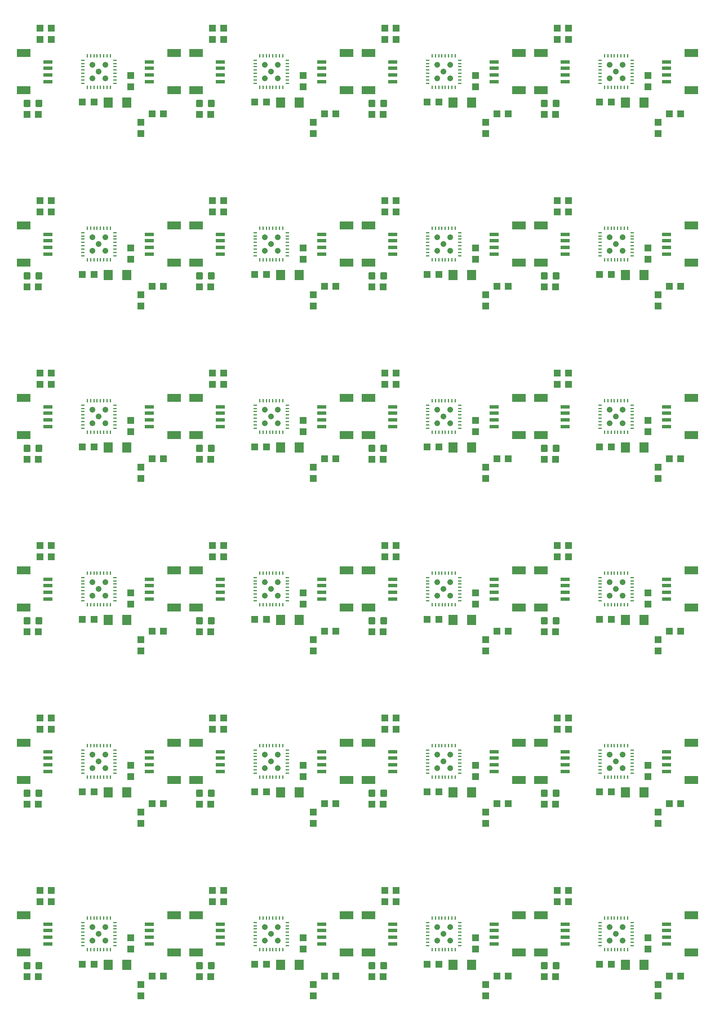
<source format=gtp>
G04 EAGLE Gerber RS-274X export*
G75*
%MOMM*%
%FSLAX34Y34*%
%LPD*%
%INSolderpaste Top*%
%IPPOS*%
%AMOC8*
5,1,8,0,0,1.08239X$1,22.5*%
G01*
%ADD10R,1.000000X1.100000*%
%ADD11R,2.000000X1.200000*%
%ADD12R,1.350000X0.600000*%
%ADD13R,1.100000X1.000000*%
%ADD14R,1.400000X1.600000*%
%ADD15R,0.215000X0.570000*%
%ADD16R,0.570000X0.215000*%
%ADD17C,0.900244*%
%ADD18C,0.300000*%


D10*
X38354Y175650D03*
X38354Y192650D03*
X55880Y175650D03*
X55880Y192650D03*
D11*
X14050Y155000D03*
X14050Y99000D03*
D12*
X50800Y142000D03*
X50800Y132000D03*
X50800Y122000D03*
X50800Y112000D03*
D13*
X119498Y81534D03*
X102498Y81534D03*
D11*
X239950Y99000D03*
X239950Y155000D03*
D12*
X203200Y112000D03*
X203200Y122000D03*
X203200Y132000D03*
X203200Y142000D03*
D13*
X224400Y63500D03*
X207400Y63500D03*
D14*
X168940Y81026D03*
X140940Y81026D03*
D15*
X144475Y150850D03*
X139475Y150850D03*
X134475Y150850D03*
X129475Y150850D03*
X124475Y150850D03*
X119475Y150850D03*
X114475Y150850D03*
X109475Y150850D03*
X144545Y103150D03*
X139545Y103150D03*
X134545Y103150D03*
X129545Y103150D03*
X124545Y103150D03*
X119545Y103150D03*
X114545Y103150D03*
X109545Y103150D03*
D16*
X150860Y144495D03*
X150860Y139495D03*
X150860Y134495D03*
X150860Y129495D03*
X150860Y124495D03*
X150860Y119495D03*
X150860Y114495D03*
X150860Y109495D03*
X103150Y144505D03*
X103150Y139505D03*
X103150Y134505D03*
X103150Y129505D03*
X103150Y124505D03*
X103150Y119505D03*
X103150Y114505D03*
X103150Y109505D03*
D17*
X117000Y117000D03*
X117000Y137000D03*
X137000Y137000D03*
X137000Y117000D03*
X127000Y127000D03*
D18*
X33210Y83002D02*
X33210Y76002D01*
X33210Y83002D02*
X40210Y83002D01*
X40210Y76002D01*
X33210Y76002D01*
X33210Y78852D02*
X40210Y78852D01*
X40210Y81702D02*
X33210Y81702D01*
X15670Y83002D02*
X15670Y76002D01*
X15670Y83002D02*
X22670Y83002D01*
X22670Y76002D01*
X15670Y76002D01*
X15670Y78852D02*
X22670Y78852D01*
X22670Y81702D02*
X15670Y81702D01*
D13*
X35932Y62738D03*
X18932Y62738D03*
D10*
X190500Y33918D03*
X190500Y50918D03*
X175260Y121276D03*
X175260Y104276D03*
X297434Y175650D03*
X297434Y192650D03*
X314960Y175650D03*
X314960Y192650D03*
D11*
X273130Y155000D03*
X273130Y99000D03*
D12*
X309880Y142000D03*
X309880Y132000D03*
X309880Y122000D03*
X309880Y112000D03*
D13*
X378578Y81534D03*
X361578Y81534D03*
D11*
X499030Y99000D03*
X499030Y155000D03*
D12*
X462280Y112000D03*
X462280Y122000D03*
X462280Y132000D03*
X462280Y142000D03*
D13*
X483480Y63500D03*
X466480Y63500D03*
D14*
X428020Y81026D03*
X400020Y81026D03*
D15*
X403555Y150850D03*
X398555Y150850D03*
X393555Y150850D03*
X388555Y150850D03*
X383555Y150850D03*
X378555Y150850D03*
X373555Y150850D03*
X368555Y150850D03*
X403625Y103150D03*
X398625Y103150D03*
X393625Y103150D03*
X388625Y103150D03*
X383625Y103150D03*
X378625Y103150D03*
X373625Y103150D03*
X368625Y103150D03*
D16*
X409940Y144495D03*
X409940Y139495D03*
X409940Y134495D03*
X409940Y129495D03*
X409940Y124495D03*
X409940Y119495D03*
X409940Y114495D03*
X409940Y109495D03*
X362230Y144505D03*
X362230Y139505D03*
X362230Y134505D03*
X362230Y129505D03*
X362230Y124505D03*
X362230Y119505D03*
X362230Y114505D03*
X362230Y109505D03*
D17*
X376080Y117000D03*
X376080Y137000D03*
X396080Y137000D03*
X396080Y117000D03*
X386080Y127000D03*
D18*
X292290Y83002D02*
X292290Y76002D01*
X292290Y83002D02*
X299290Y83002D01*
X299290Y76002D01*
X292290Y76002D01*
X292290Y78852D02*
X299290Y78852D01*
X299290Y81702D02*
X292290Y81702D01*
X274750Y83002D02*
X274750Y76002D01*
X274750Y83002D02*
X281750Y83002D01*
X281750Y76002D01*
X274750Y76002D01*
X274750Y78852D02*
X281750Y78852D01*
X281750Y81702D02*
X274750Y81702D01*
D13*
X295012Y62738D03*
X278012Y62738D03*
D10*
X449580Y33918D03*
X449580Y50918D03*
X434340Y121276D03*
X434340Y104276D03*
X556514Y175650D03*
X556514Y192650D03*
X574040Y175650D03*
X574040Y192650D03*
D11*
X532210Y155000D03*
X532210Y99000D03*
D12*
X568960Y142000D03*
X568960Y132000D03*
X568960Y122000D03*
X568960Y112000D03*
D13*
X637658Y81534D03*
X620658Y81534D03*
D11*
X758110Y99000D03*
X758110Y155000D03*
D12*
X721360Y112000D03*
X721360Y122000D03*
X721360Y132000D03*
X721360Y142000D03*
D13*
X742560Y63500D03*
X725560Y63500D03*
D14*
X687100Y81026D03*
X659100Y81026D03*
D15*
X662635Y150850D03*
X657635Y150850D03*
X652635Y150850D03*
X647635Y150850D03*
X642635Y150850D03*
X637635Y150850D03*
X632635Y150850D03*
X627635Y150850D03*
X662705Y103150D03*
X657705Y103150D03*
X652705Y103150D03*
X647705Y103150D03*
X642705Y103150D03*
X637705Y103150D03*
X632705Y103150D03*
X627705Y103150D03*
D16*
X669020Y144495D03*
X669020Y139495D03*
X669020Y134495D03*
X669020Y129495D03*
X669020Y124495D03*
X669020Y119495D03*
X669020Y114495D03*
X669020Y109495D03*
X621310Y144505D03*
X621310Y139505D03*
X621310Y134505D03*
X621310Y129505D03*
X621310Y124505D03*
X621310Y119505D03*
X621310Y114505D03*
X621310Y109505D03*
D17*
X635160Y117000D03*
X635160Y137000D03*
X655160Y137000D03*
X655160Y117000D03*
X645160Y127000D03*
D18*
X551370Y83002D02*
X551370Y76002D01*
X551370Y83002D02*
X558370Y83002D01*
X558370Y76002D01*
X551370Y76002D01*
X551370Y78852D02*
X558370Y78852D01*
X558370Y81702D02*
X551370Y81702D01*
X533830Y83002D02*
X533830Y76002D01*
X533830Y83002D02*
X540830Y83002D01*
X540830Y76002D01*
X533830Y76002D01*
X533830Y78852D02*
X540830Y78852D01*
X540830Y81702D02*
X533830Y81702D01*
D13*
X554092Y62738D03*
X537092Y62738D03*
D10*
X708660Y33918D03*
X708660Y50918D03*
X693420Y121276D03*
X693420Y104276D03*
X815594Y175650D03*
X815594Y192650D03*
X833120Y175650D03*
X833120Y192650D03*
D11*
X791290Y155000D03*
X791290Y99000D03*
D12*
X828040Y142000D03*
X828040Y132000D03*
X828040Y122000D03*
X828040Y112000D03*
D13*
X896738Y81534D03*
X879738Y81534D03*
D11*
X1017190Y99000D03*
X1017190Y155000D03*
D12*
X980440Y112000D03*
X980440Y122000D03*
X980440Y132000D03*
X980440Y142000D03*
D13*
X1001640Y63500D03*
X984640Y63500D03*
D14*
X946180Y81026D03*
X918180Y81026D03*
D15*
X921715Y150850D03*
X916715Y150850D03*
X911715Y150850D03*
X906715Y150850D03*
X901715Y150850D03*
X896715Y150850D03*
X891715Y150850D03*
X886715Y150850D03*
X921785Y103150D03*
X916785Y103150D03*
X911785Y103150D03*
X906785Y103150D03*
X901785Y103150D03*
X896785Y103150D03*
X891785Y103150D03*
X886785Y103150D03*
D16*
X928100Y144495D03*
X928100Y139495D03*
X928100Y134495D03*
X928100Y129495D03*
X928100Y124495D03*
X928100Y119495D03*
X928100Y114495D03*
X928100Y109495D03*
X880390Y144505D03*
X880390Y139505D03*
X880390Y134505D03*
X880390Y129505D03*
X880390Y124505D03*
X880390Y119505D03*
X880390Y114505D03*
X880390Y109505D03*
D17*
X894240Y117000D03*
X894240Y137000D03*
X914240Y137000D03*
X914240Y117000D03*
X904240Y127000D03*
D18*
X810450Y83002D02*
X810450Y76002D01*
X810450Y83002D02*
X817450Y83002D01*
X817450Y76002D01*
X810450Y76002D01*
X810450Y78852D02*
X817450Y78852D01*
X817450Y81702D02*
X810450Y81702D01*
X792910Y83002D02*
X792910Y76002D01*
X792910Y83002D02*
X799910Y83002D01*
X799910Y76002D01*
X792910Y76002D01*
X792910Y78852D02*
X799910Y78852D01*
X799910Y81702D02*
X792910Y81702D01*
D13*
X813172Y62738D03*
X796172Y62738D03*
D10*
X967740Y33918D03*
X967740Y50918D03*
X952500Y121276D03*
X952500Y104276D03*
X38354Y434730D03*
X38354Y451730D03*
X55880Y434730D03*
X55880Y451730D03*
D11*
X14050Y414080D03*
X14050Y358080D03*
D12*
X50800Y401080D03*
X50800Y391080D03*
X50800Y381080D03*
X50800Y371080D03*
D13*
X119498Y340614D03*
X102498Y340614D03*
D11*
X239950Y358080D03*
X239950Y414080D03*
D12*
X203200Y371080D03*
X203200Y381080D03*
X203200Y391080D03*
X203200Y401080D03*
D13*
X224400Y322580D03*
X207400Y322580D03*
D14*
X168940Y340106D03*
X140940Y340106D03*
D15*
X144475Y409930D03*
X139475Y409930D03*
X134475Y409930D03*
X129475Y409930D03*
X124475Y409930D03*
X119475Y409930D03*
X114475Y409930D03*
X109475Y409930D03*
X144545Y362230D03*
X139545Y362230D03*
X134545Y362230D03*
X129545Y362230D03*
X124545Y362230D03*
X119545Y362230D03*
X114545Y362230D03*
X109545Y362230D03*
D16*
X150860Y403575D03*
X150860Y398575D03*
X150860Y393575D03*
X150860Y388575D03*
X150860Y383575D03*
X150860Y378575D03*
X150860Y373575D03*
X150860Y368575D03*
X103150Y403585D03*
X103150Y398585D03*
X103150Y393585D03*
X103150Y388585D03*
X103150Y383585D03*
X103150Y378585D03*
X103150Y373585D03*
X103150Y368585D03*
D17*
X117000Y376080D03*
X117000Y396080D03*
X137000Y396080D03*
X137000Y376080D03*
X127000Y386080D03*
D18*
X33210Y342082D02*
X33210Y335082D01*
X33210Y342082D02*
X40210Y342082D01*
X40210Y335082D01*
X33210Y335082D01*
X33210Y337932D02*
X40210Y337932D01*
X40210Y340782D02*
X33210Y340782D01*
X15670Y342082D02*
X15670Y335082D01*
X15670Y342082D02*
X22670Y342082D01*
X22670Y335082D01*
X15670Y335082D01*
X15670Y337932D02*
X22670Y337932D01*
X22670Y340782D02*
X15670Y340782D01*
D13*
X35932Y321818D03*
X18932Y321818D03*
D10*
X190500Y292998D03*
X190500Y309998D03*
X175260Y380356D03*
X175260Y363356D03*
X297434Y434730D03*
X297434Y451730D03*
X314960Y434730D03*
X314960Y451730D03*
D11*
X273130Y414080D03*
X273130Y358080D03*
D12*
X309880Y401080D03*
X309880Y391080D03*
X309880Y381080D03*
X309880Y371080D03*
D13*
X378578Y340614D03*
X361578Y340614D03*
D11*
X499030Y358080D03*
X499030Y414080D03*
D12*
X462280Y371080D03*
X462280Y381080D03*
X462280Y391080D03*
X462280Y401080D03*
D13*
X483480Y322580D03*
X466480Y322580D03*
D14*
X428020Y340106D03*
X400020Y340106D03*
D15*
X403555Y409930D03*
X398555Y409930D03*
X393555Y409930D03*
X388555Y409930D03*
X383555Y409930D03*
X378555Y409930D03*
X373555Y409930D03*
X368555Y409930D03*
X403625Y362230D03*
X398625Y362230D03*
X393625Y362230D03*
X388625Y362230D03*
X383625Y362230D03*
X378625Y362230D03*
X373625Y362230D03*
X368625Y362230D03*
D16*
X409940Y403575D03*
X409940Y398575D03*
X409940Y393575D03*
X409940Y388575D03*
X409940Y383575D03*
X409940Y378575D03*
X409940Y373575D03*
X409940Y368575D03*
X362230Y403585D03*
X362230Y398585D03*
X362230Y393585D03*
X362230Y388585D03*
X362230Y383585D03*
X362230Y378585D03*
X362230Y373585D03*
X362230Y368585D03*
D17*
X376080Y376080D03*
X376080Y396080D03*
X396080Y396080D03*
X396080Y376080D03*
X386080Y386080D03*
D18*
X292290Y342082D02*
X292290Y335082D01*
X292290Y342082D02*
X299290Y342082D01*
X299290Y335082D01*
X292290Y335082D01*
X292290Y337932D02*
X299290Y337932D01*
X299290Y340782D02*
X292290Y340782D01*
X274750Y342082D02*
X274750Y335082D01*
X274750Y342082D02*
X281750Y342082D01*
X281750Y335082D01*
X274750Y335082D01*
X274750Y337932D02*
X281750Y337932D01*
X281750Y340782D02*
X274750Y340782D01*
D13*
X295012Y321818D03*
X278012Y321818D03*
D10*
X449580Y292998D03*
X449580Y309998D03*
X434340Y380356D03*
X434340Y363356D03*
X556514Y434730D03*
X556514Y451730D03*
X574040Y434730D03*
X574040Y451730D03*
D11*
X532210Y414080D03*
X532210Y358080D03*
D12*
X568960Y401080D03*
X568960Y391080D03*
X568960Y381080D03*
X568960Y371080D03*
D13*
X637658Y340614D03*
X620658Y340614D03*
D11*
X758110Y358080D03*
X758110Y414080D03*
D12*
X721360Y371080D03*
X721360Y381080D03*
X721360Y391080D03*
X721360Y401080D03*
D13*
X742560Y322580D03*
X725560Y322580D03*
D14*
X687100Y340106D03*
X659100Y340106D03*
D15*
X662635Y409930D03*
X657635Y409930D03*
X652635Y409930D03*
X647635Y409930D03*
X642635Y409930D03*
X637635Y409930D03*
X632635Y409930D03*
X627635Y409930D03*
X662705Y362230D03*
X657705Y362230D03*
X652705Y362230D03*
X647705Y362230D03*
X642705Y362230D03*
X637705Y362230D03*
X632705Y362230D03*
X627705Y362230D03*
D16*
X669020Y403575D03*
X669020Y398575D03*
X669020Y393575D03*
X669020Y388575D03*
X669020Y383575D03*
X669020Y378575D03*
X669020Y373575D03*
X669020Y368575D03*
X621310Y403585D03*
X621310Y398585D03*
X621310Y393585D03*
X621310Y388585D03*
X621310Y383585D03*
X621310Y378585D03*
X621310Y373585D03*
X621310Y368585D03*
D17*
X635160Y376080D03*
X635160Y396080D03*
X655160Y396080D03*
X655160Y376080D03*
X645160Y386080D03*
D18*
X551370Y342082D02*
X551370Y335082D01*
X551370Y342082D02*
X558370Y342082D01*
X558370Y335082D01*
X551370Y335082D01*
X551370Y337932D02*
X558370Y337932D01*
X558370Y340782D02*
X551370Y340782D01*
X533830Y342082D02*
X533830Y335082D01*
X533830Y342082D02*
X540830Y342082D01*
X540830Y335082D01*
X533830Y335082D01*
X533830Y337932D02*
X540830Y337932D01*
X540830Y340782D02*
X533830Y340782D01*
D13*
X554092Y321818D03*
X537092Y321818D03*
D10*
X708660Y292998D03*
X708660Y309998D03*
X693420Y380356D03*
X693420Y363356D03*
X815594Y434730D03*
X815594Y451730D03*
X833120Y434730D03*
X833120Y451730D03*
D11*
X791290Y414080D03*
X791290Y358080D03*
D12*
X828040Y401080D03*
X828040Y391080D03*
X828040Y381080D03*
X828040Y371080D03*
D13*
X896738Y340614D03*
X879738Y340614D03*
D11*
X1017190Y358080D03*
X1017190Y414080D03*
D12*
X980440Y371080D03*
X980440Y381080D03*
X980440Y391080D03*
X980440Y401080D03*
D13*
X1001640Y322580D03*
X984640Y322580D03*
D14*
X946180Y340106D03*
X918180Y340106D03*
D15*
X921715Y409930D03*
X916715Y409930D03*
X911715Y409930D03*
X906715Y409930D03*
X901715Y409930D03*
X896715Y409930D03*
X891715Y409930D03*
X886715Y409930D03*
X921785Y362230D03*
X916785Y362230D03*
X911785Y362230D03*
X906785Y362230D03*
X901785Y362230D03*
X896785Y362230D03*
X891785Y362230D03*
X886785Y362230D03*
D16*
X928100Y403575D03*
X928100Y398575D03*
X928100Y393575D03*
X928100Y388575D03*
X928100Y383575D03*
X928100Y378575D03*
X928100Y373575D03*
X928100Y368575D03*
X880390Y403585D03*
X880390Y398585D03*
X880390Y393585D03*
X880390Y388585D03*
X880390Y383585D03*
X880390Y378585D03*
X880390Y373585D03*
X880390Y368585D03*
D17*
X894240Y376080D03*
X894240Y396080D03*
X914240Y396080D03*
X914240Y376080D03*
X904240Y386080D03*
D18*
X810450Y342082D02*
X810450Y335082D01*
X810450Y342082D02*
X817450Y342082D01*
X817450Y335082D01*
X810450Y335082D01*
X810450Y337932D02*
X817450Y337932D01*
X817450Y340782D02*
X810450Y340782D01*
X792910Y342082D02*
X792910Y335082D01*
X792910Y342082D02*
X799910Y342082D01*
X799910Y335082D01*
X792910Y335082D01*
X792910Y337932D02*
X799910Y337932D01*
X799910Y340782D02*
X792910Y340782D01*
D13*
X813172Y321818D03*
X796172Y321818D03*
D10*
X967740Y292998D03*
X967740Y309998D03*
X952500Y380356D03*
X952500Y363356D03*
X38354Y693810D03*
X38354Y710810D03*
X55880Y693810D03*
X55880Y710810D03*
D11*
X14050Y673160D03*
X14050Y617160D03*
D12*
X50800Y660160D03*
X50800Y650160D03*
X50800Y640160D03*
X50800Y630160D03*
D13*
X119498Y599694D03*
X102498Y599694D03*
D11*
X239950Y617160D03*
X239950Y673160D03*
D12*
X203200Y630160D03*
X203200Y640160D03*
X203200Y650160D03*
X203200Y660160D03*
D13*
X224400Y581660D03*
X207400Y581660D03*
D14*
X168940Y599186D03*
X140940Y599186D03*
D15*
X144475Y669010D03*
X139475Y669010D03*
X134475Y669010D03*
X129475Y669010D03*
X124475Y669010D03*
X119475Y669010D03*
X114475Y669010D03*
X109475Y669010D03*
X144545Y621310D03*
X139545Y621310D03*
X134545Y621310D03*
X129545Y621310D03*
X124545Y621310D03*
X119545Y621310D03*
X114545Y621310D03*
X109545Y621310D03*
D16*
X150860Y662655D03*
X150860Y657655D03*
X150860Y652655D03*
X150860Y647655D03*
X150860Y642655D03*
X150860Y637655D03*
X150860Y632655D03*
X150860Y627655D03*
X103150Y662665D03*
X103150Y657665D03*
X103150Y652665D03*
X103150Y647665D03*
X103150Y642665D03*
X103150Y637665D03*
X103150Y632665D03*
X103150Y627665D03*
D17*
X117000Y635160D03*
X117000Y655160D03*
X137000Y655160D03*
X137000Y635160D03*
X127000Y645160D03*
D18*
X33210Y601162D02*
X33210Y594162D01*
X33210Y601162D02*
X40210Y601162D01*
X40210Y594162D01*
X33210Y594162D01*
X33210Y597012D02*
X40210Y597012D01*
X40210Y599862D02*
X33210Y599862D01*
X15670Y601162D02*
X15670Y594162D01*
X15670Y601162D02*
X22670Y601162D01*
X22670Y594162D01*
X15670Y594162D01*
X15670Y597012D02*
X22670Y597012D01*
X22670Y599862D02*
X15670Y599862D01*
D13*
X35932Y580898D03*
X18932Y580898D03*
D10*
X190500Y552078D03*
X190500Y569078D03*
X175260Y639436D03*
X175260Y622436D03*
X297434Y693810D03*
X297434Y710810D03*
X314960Y693810D03*
X314960Y710810D03*
D11*
X273130Y673160D03*
X273130Y617160D03*
D12*
X309880Y660160D03*
X309880Y650160D03*
X309880Y640160D03*
X309880Y630160D03*
D13*
X378578Y599694D03*
X361578Y599694D03*
D11*
X499030Y617160D03*
X499030Y673160D03*
D12*
X462280Y630160D03*
X462280Y640160D03*
X462280Y650160D03*
X462280Y660160D03*
D13*
X483480Y581660D03*
X466480Y581660D03*
D14*
X428020Y599186D03*
X400020Y599186D03*
D15*
X403555Y669010D03*
X398555Y669010D03*
X393555Y669010D03*
X388555Y669010D03*
X383555Y669010D03*
X378555Y669010D03*
X373555Y669010D03*
X368555Y669010D03*
X403625Y621310D03*
X398625Y621310D03*
X393625Y621310D03*
X388625Y621310D03*
X383625Y621310D03*
X378625Y621310D03*
X373625Y621310D03*
X368625Y621310D03*
D16*
X409940Y662655D03*
X409940Y657655D03*
X409940Y652655D03*
X409940Y647655D03*
X409940Y642655D03*
X409940Y637655D03*
X409940Y632655D03*
X409940Y627655D03*
X362230Y662665D03*
X362230Y657665D03*
X362230Y652665D03*
X362230Y647665D03*
X362230Y642665D03*
X362230Y637665D03*
X362230Y632665D03*
X362230Y627665D03*
D17*
X376080Y635160D03*
X376080Y655160D03*
X396080Y655160D03*
X396080Y635160D03*
X386080Y645160D03*
D18*
X292290Y601162D02*
X292290Y594162D01*
X292290Y601162D02*
X299290Y601162D01*
X299290Y594162D01*
X292290Y594162D01*
X292290Y597012D02*
X299290Y597012D01*
X299290Y599862D02*
X292290Y599862D01*
X274750Y601162D02*
X274750Y594162D01*
X274750Y601162D02*
X281750Y601162D01*
X281750Y594162D01*
X274750Y594162D01*
X274750Y597012D02*
X281750Y597012D01*
X281750Y599862D02*
X274750Y599862D01*
D13*
X295012Y580898D03*
X278012Y580898D03*
D10*
X449580Y552078D03*
X449580Y569078D03*
X434340Y639436D03*
X434340Y622436D03*
X556514Y693810D03*
X556514Y710810D03*
X574040Y693810D03*
X574040Y710810D03*
D11*
X532210Y673160D03*
X532210Y617160D03*
D12*
X568960Y660160D03*
X568960Y650160D03*
X568960Y640160D03*
X568960Y630160D03*
D13*
X637658Y599694D03*
X620658Y599694D03*
D11*
X758110Y617160D03*
X758110Y673160D03*
D12*
X721360Y630160D03*
X721360Y640160D03*
X721360Y650160D03*
X721360Y660160D03*
D13*
X742560Y581660D03*
X725560Y581660D03*
D14*
X687100Y599186D03*
X659100Y599186D03*
D15*
X662635Y669010D03*
X657635Y669010D03*
X652635Y669010D03*
X647635Y669010D03*
X642635Y669010D03*
X637635Y669010D03*
X632635Y669010D03*
X627635Y669010D03*
X662705Y621310D03*
X657705Y621310D03*
X652705Y621310D03*
X647705Y621310D03*
X642705Y621310D03*
X637705Y621310D03*
X632705Y621310D03*
X627705Y621310D03*
D16*
X669020Y662655D03*
X669020Y657655D03*
X669020Y652655D03*
X669020Y647655D03*
X669020Y642655D03*
X669020Y637655D03*
X669020Y632655D03*
X669020Y627655D03*
X621310Y662665D03*
X621310Y657665D03*
X621310Y652665D03*
X621310Y647665D03*
X621310Y642665D03*
X621310Y637665D03*
X621310Y632665D03*
X621310Y627665D03*
D17*
X635160Y635160D03*
X635160Y655160D03*
X655160Y655160D03*
X655160Y635160D03*
X645160Y645160D03*
D18*
X551370Y601162D02*
X551370Y594162D01*
X551370Y601162D02*
X558370Y601162D01*
X558370Y594162D01*
X551370Y594162D01*
X551370Y597012D02*
X558370Y597012D01*
X558370Y599862D02*
X551370Y599862D01*
X533830Y601162D02*
X533830Y594162D01*
X533830Y601162D02*
X540830Y601162D01*
X540830Y594162D01*
X533830Y594162D01*
X533830Y597012D02*
X540830Y597012D01*
X540830Y599862D02*
X533830Y599862D01*
D13*
X554092Y580898D03*
X537092Y580898D03*
D10*
X708660Y552078D03*
X708660Y569078D03*
X693420Y639436D03*
X693420Y622436D03*
X815594Y693810D03*
X815594Y710810D03*
X833120Y693810D03*
X833120Y710810D03*
D11*
X791290Y673160D03*
X791290Y617160D03*
D12*
X828040Y660160D03*
X828040Y650160D03*
X828040Y640160D03*
X828040Y630160D03*
D13*
X896738Y599694D03*
X879738Y599694D03*
D11*
X1017190Y617160D03*
X1017190Y673160D03*
D12*
X980440Y630160D03*
X980440Y640160D03*
X980440Y650160D03*
X980440Y660160D03*
D13*
X1001640Y581660D03*
X984640Y581660D03*
D14*
X946180Y599186D03*
X918180Y599186D03*
D15*
X921715Y669010D03*
X916715Y669010D03*
X911715Y669010D03*
X906715Y669010D03*
X901715Y669010D03*
X896715Y669010D03*
X891715Y669010D03*
X886715Y669010D03*
X921785Y621310D03*
X916785Y621310D03*
X911785Y621310D03*
X906785Y621310D03*
X901785Y621310D03*
X896785Y621310D03*
X891785Y621310D03*
X886785Y621310D03*
D16*
X928100Y662655D03*
X928100Y657655D03*
X928100Y652655D03*
X928100Y647655D03*
X928100Y642655D03*
X928100Y637655D03*
X928100Y632655D03*
X928100Y627655D03*
X880390Y662665D03*
X880390Y657665D03*
X880390Y652665D03*
X880390Y647665D03*
X880390Y642665D03*
X880390Y637665D03*
X880390Y632665D03*
X880390Y627665D03*
D17*
X894240Y635160D03*
X894240Y655160D03*
X914240Y655160D03*
X914240Y635160D03*
X904240Y645160D03*
D18*
X810450Y601162D02*
X810450Y594162D01*
X810450Y601162D02*
X817450Y601162D01*
X817450Y594162D01*
X810450Y594162D01*
X810450Y597012D02*
X817450Y597012D01*
X817450Y599862D02*
X810450Y599862D01*
X792910Y601162D02*
X792910Y594162D01*
X792910Y601162D02*
X799910Y601162D01*
X799910Y594162D01*
X792910Y594162D01*
X792910Y597012D02*
X799910Y597012D01*
X799910Y599862D02*
X792910Y599862D01*
D13*
X813172Y580898D03*
X796172Y580898D03*
D10*
X967740Y552078D03*
X967740Y569078D03*
X952500Y639436D03*
X952500Y622436D03*
X38354Y952890D03*
X38354Y969890D03*
X55880Y952890D03*
X55880Y969890D03*
D11*
X14050Y932240D03*
X14050Y876240D03*
D12*
X50800Y919240D03*
X50800Y909240D03*
X50800Y899240D03*
X50800Y889240D03*
D13*
X119498Y858774D03*
X102498Y858774D03*
D11*
X239950Y876240D03*
X239950Y932240D03*
D12*
X203200Y889240D03*
X203200Y899240D03*
X203200Y909240D03*
X203200Y919240D03*
D13*
X224400Y840740D03*
X207400Y840740D03*
D14*
X168940Y858266D03*
X140940Y858266D03*
D15*
X144475Y928090D03*
X139475Y928090D03*
X134475Y928090D03*
X129475Y928090D03*
X124475Y928090D03*
X119475Y928090D03*
X114475Y928090D03*
X109475Y928090D03*
X144545Y880390D03*
X139545Y880390D03*
X134545Y880390D03*
X129545Y880390D03*
X124545Y880390D03*
X119545Y880390D03*
X114545Y880390D03*
X109545Y880390D03*
D16*
X150860Y921735D03*
X150860Y916735D03*
X150860Y911735D03*
X150860Y906735D03*
X150860Y901735D03*
X150860Y896735D03*
X150860Y891735D03*
X150860Y886735D03*
X103150Y921745D03*
X103150Y916745D03*
X103150Y911745D03*
X103150Y906745D03*
X103150Y901745D03*
X103150Y896745D03*
X103150Y891745D03*
X103150Y886745D03*
D17*
X117000Y894240D03*
X117000Y914240D03*
X137000Y914240D03*
X137000Y894240D03*
X127000Y904240D03*
D18*
X33210Y860242D02*
X33210Y853242D01*
X33210Y860242D02*
X40210Y860242D01*
X40210Y853242D01*
X33210Y853242D01*
X33210Y856092D02*
X40210Y856092D01*
X40210Y858942D02*
X33210Y858942D01*
X15670Y860242D02*
X15670Y853242D01*
X15670Y860242D02*
X22670Y860242D01*
X22670Y853242D01*
X15670Y853242D01*
X15670Y856092D02*
X22670Y856092D01*
X22670Y858942D02*
X15670Y858942D01*
D13*
X35932Y839978D03*
X18932Y839978D03*
D10*
X190500Y811158D03*
X190500Y828158D03*
X175260Y898516D03*
X175260Y881516D03*
X297434Y952890D03*
X297434Y969890D03*
X314960Y952890D03*
X314960Y969890D03*
D11*
X273130Y932240D03*
X273130Y876240D03*
D12*
X309880Y919240D03*
X309880Y909240D03*
X309880Y899240D03*
X309880Y889240D03*
D13*
X378578Y858774D03*
X361578Y858774D03*
D11*
X499030Y876240D03*
X499030Y932240D03*
D12*
X462280Y889240D03*
X462280Y899240D03*
X462280Y909240D03*
X462280Y919240D03*
D13*
X483480Y840740D03*
X466480Y840740D03*
D14*
X428020Y858266D03*
X400020Y858266D03*
D15*
X403555Y928090D03*
X398555Y928090D03*
X393555Y928090D03*
X388555Y928090D03*
X383555Y928090D03*
X378555Y928090D03*
X373555Y928090D03*
X368555Y928090D03*
X403625Y880390D03*
X398625Y880390D03*
X393625Y880390D03*
X388625Y880390D03*
X383625Y880390D03*
X378625Y880390D03*
X373625Y880390D03*
X368625Y880390D03*
D16*
X409940Y921735D03*
X409940Y916735D03*
X409940Y911735D03*
X409940Y906735D03*
X409940Y901735D03*
X409940Y896735D03*
X409940Y891735D03*
X409940Y886735D03*
X362230Y921745D03*
X362230Y916745D03*
X362230Y911745D03*
X362230Y906745D03*
X362230Y901745D03*
X362230Y896745D03*
X362230Y891745D03*
X362230Y886745D03*
D17*
X376080Y894240D03*
X376080Y914240D03*
X396080Y914240D03*
X396080Y894240D03*
X386080Y904240D03*
D18*
X292290Y860242D02*
X292290Y853242D01*
X292290Y860242D02*
X299290Y860242D01*
X299290Y853242D01*
X292290Y853242D01*
X292290Y856092D02*
X299290Y856092D01*
X299290Y858942D02*
X292290Y858942D01*
X274750Y860242D02*
X274750Y853242D01*
X274750Y860242D02*
X281750Y860242D01*
X281750Y853242D01*
X274750Y853242D01*
X274750Y856092D02*
X281750Y856092D01*
X281750Y858942D02*
X274750Y858942D01*
D13*
X295012Y839978D03*
X278012Y839978D03*
D10*
X449580Y811158D03*
X449580Y828158D03*
X434340Y898516D03*
X434340Y881516D03*
X556514Y952890D03*
X556514Y969890D03*
X574040Y952890D03*
X574040Y969890D03*
D11*
X532210Y932240D03*
X532210Y876240D03*
D12*
X568960Y919240D03*
X568960Y909240D03*
X568960Y899240D03*
X568960Y889240D03*
D13*
X637658Y858774D03*
X620658Y858774D03*
D11*
X758110Y876240D03*
X758110Y932240D03*
D12*
X721360Y889240D03*
X721360Y899240D03*
X721360Y909240D03*
X721360Y919240D03*
D13*
X742560Y840740D03*
X725560Y840740D03*
D14*
X687100Y858266D03*
X659100Y858266D03*
D15*
X662635Y928090D03*
X657635Y928090D03*
X652635Y928090D03*
X647635Y928090D03*
X642635Y928090D03*
X637635Y928090D03*
X632635Y928090D03*
X627635Y928090D03*
X662705Y880390D03*
X657705Y880390D03*
X652705Y880390D03*
X647705Y880390D03*
X642705Y880390D03*
X637705Y880390D03*
X632705Y880390D03*
X627705Y880390D03*
D16*
X669020Y921735D03*
X669020Y916735D03*
X669020Y911735D03*
X669020Y906735D03*
X669020Y901735D03*
X669020Y896735D03*
X669020Y891735D03*
X669020Y886735D03*
X621310Y921745D03*
X621310Y916745D03*
X621310Y911745D03*
X621310Y906745D03*
X621310Y901745D03*
X621310Y896745D03*
X621310Y891745D03*
X621310Y886745D03*
D17*
X635160Y894240D03*
X635160Y914240D03*
X655160Y914240D03*
X655160Y894240D03*
X645160Y904240D03*
D18*
X551370Y860242D02*
X551370Y853242D01*
X551370Y860242D02*
X558370Y860242D01*
X558370Y853242D01*
X551370Y853242D01*
X551370Y856092D02*
X558370Y856092D01*
X558370Y858942D02*
X551370Y858942D01*
X533830Y860242D02*
X533830Y853242D01*
X533830Y860242D02*
X540830Y860242D01*
X540830Y853242D01*
X533830Y853242D01*
X533830Y856092D02*
X540830Y856092D01*
X540830Y858942D02*
X533830Y858942D01*
D13*
X554092Y839978D03*
X537092Y839978D03*
D10*
X708660Y811158D03*
X708660Y828158D03*
X693420Y898516D03*
X693420Y881516D03*
X815594Y952890D03*
X815594Y969890D03*
X833120Y952890D03*
X833120Y969890D03*
D11*
X791290Y932240D03*
X791290Y876240D03*
D12*
X828040Y919240D03*
X828040Y909240D03*
X828040Y899240D03*
X828040Y889240D03*
D13*
X896738Y858774D03*
X879738Y858774D03*
D11*
X1017190Y876240D03*
X1017190Y932240D03*
D12*
X980440Y889240D03*
X980440Y899240D03*
X980440Y909240D03*
X980440Y919240D03*
D13*
X1001640Y840740D03*
X984640Y840740D03*
D14*
X946180Y858266D03*
X918180Y858266D03*
D15*
X921715Y928090D03*
X916715Y928090D03*
X911715Y928090D03*
X906715Y928090D03*
X901715Y928090D03*
X896715Y928090D03*
X891715Y928090D03*
X886715Y928090D03*
X921785Y880390D03*
X916785Y880390D03*
X911785Y880390D03*
X906785Y880390D03*
X901785Y880390D03*
X896785Y880390D03*
X891785Y880390D03*
X886785Y880390D03*
D16*
X928100Y921735D03*
X928100Y916735D03*
X928100Y911735D03*
X928100Y906735D03*
X928100Y901735D03*
X928100Y896735D03*
X928100Y891735D03*
X928100Y886735D03*
X880390Y921745D03*
X880390Y916745D03*
X880390Y911745D03*
X880390Y906745D03*
X880390Y901745D03*
X880390Y896745D03*
X880390Y891745D03*
X880390Y886745D03*
D17*
X894240Y894240D03*
X894240Y914240D03*
X914240Y914240D03*
X914240Y894240D03*
X904240Y904240D03*
D18*
X810450Y860242D02*
X810450Y853242D01*
X810450Y860242D02*
X817450Y860242D01*
X817450Y853242D01*
X810450Y853242D01*
X810450Y856092D02*
X817450Y856092D01*
X817450Y858942D02*
X810450Y858942D01*
X792910Y860242D02*
X792910Y853242D01*
X792910Y860242D02*
X799910Y860242D01*
X799910Y853242D01*
X792910Y853242D01*
X792910Y856092D02*
X799910Y856092D01*
X799910Y858942D02*
X792910Y858942D01*
D13*
X813172Y839978D03*
X796172Y839978D03*
D10*
X967740Y811158D03*
X967740Y828158D03*
X952500Y898516D03*
X952500Y881516D03*
X38354Y1211970D03*
X38354Y1228970D03*
X55880Y1211970D03*
X55880Y1228970D03*
D11*
X14050Y1191320D03*
X14050Y1135320D03*
D12*
X50800Y1178320D03*
X50800Y1168320D03*
X50800Y1158320D03*
X50800Y1148320D03*
D13*
X119498Y1117854D03*
X102498Y1117854D03*
D11*
X239950Y1135320D03*
X239950Y1191320D03*
D12*
X203200Y1148320D03*
X203200Y1158320D03*
X203200Y1168320D03*
X203200Y1178320D03*
D13*
X224400Y1099820D03*
X207400Y1099820D03*
D14*
X168940Y1117346D03*
X140940Y1117346D03*
D15*
X144475Y1187170D03*
X139475Y1187170D03*
X134475Y1187170D03*
X129475Y1187170D03*
X124475Y1187170D03*
X119475Y1187170D03*
X114475Y1187170D03*
X109475Y1187170D03*
X144545Y1139470D03*
X139545Y1139470D03*
X134545Y1139470D03*
X129545Y1139470D03*
X124545Y1139470D03*
X119545Y1139470D03*
X114545Y1139470D03*
X109545Y1139470D03*
D16*
X150860Y1180815D03*
X150860Y1175815D03*
X150860Y1170815D03*
X150860Y1165815D03*
X150860Y1160815D03*
X150860Y1155815D03*
X150860Y1150815D03*
X150860Y1145815D03*
X103150Y1180825D03*
X103150Y1175825D03*
X103150Y1170825D03*
X103150Y1165825D03*
X103150Y1160825D03*
X103150Y1155825D03*
X103150Y1150825D03*
X103150Y1145825D03*
D17*
X117000Y1153320D03*
X117000Y1173320D03*
X137000Y1173320D03*
X137000Y1153320D03*
X127000Y1163320D03*
D18*
X33210Y1119322D02*
X33210Y1112322D01*
X33210Y1119322D02*
X40210Y1119322D01*
X40210Y1112322D01*
X33210Y1112322D01*
X33210Y1115172D02*
X40210Y1115172D01*
X40210Y1118022D02*
X33210Y1118022D01*
X15670Y1119322D02*
X15670Y1112322D01*
X15670Y1119322D02*
X22670Y1119322D01*
X22670Y1112322D01*
X15670Y1112322D01*
X15670Y1115172D02*
X22670Y1115172D01*
X22670Y1118022D02*
X15670Y1118022D01*
D13*
X35932Y1099058D03*
X18932Y1099058D03*
D10*
X190500Y1070238D03*
X190500Y1087238D03*
X175260Y1157596D03*
X175260Y1140596D03*
X297434Y1211970D03*
X297434Y1228970D03*
X314960Y1211970D03*
X314960Y1228970D03*
D11*
X273130Y1191320D03*
X273130Y1135320D03*
D12*
X309880Y1178320D03*
X309880Y1168320D03*
X309880Y1158320D03*
X309880Y1148320D03*
D13*
X378578Y1117854D03*
X361578Y1117854D03*
D11*
X499030Y1135320D03*
X499030Y1191320D03*
D12*
X462280Y1148320D03*
X462280Y1158320D03*
X462280Y1168320D03*
X462280Y1178320D03*
D13*
X483480Y1099820D03*
X466480Y1099820D03*
D14*
X428020Y1117346D03*
X400020Y1117346D03*
D15*
X403555Y1187170D03*
X398555Y1187170D03*
X393555Y1187170D03*
X388555Y1187170D03*
X383555Y1187170D03*
X378555Y1187170D03*
X373555Y1187170D03*
X368555Y1187170D03*
X403625Y1139470D03*
X398625Y1139470D03*
X393625Y1139470D03*
X388625Y1139470D03*
X383625Y1139470D03*
X378625Y1139470D03*
X373625Y1139470D03*
X368625Y1139470D03*
D16*
X409940Y1180815D03*
X409940Y1175815D03*
X409940Y1170815D03*
X409940Y1165815D03*
X409940Y1160815D03*
X409940Y1155815D03*
X409940Y1150815D03*
X409940Y1145815D03*
X362230Y1180825D03*
X362230Y1175825D03*
X362230Y1170825D03*
X362230Y1165825D03*
X362230Y1160825D03*
X362230Y1155825D03*
X362230Y1150825D03*
X362230Y1145825D03*
D17*
X376080Y1153320D03*
X376080Y1173320D03*
X396080Y1173320D03*
X396080Y1153320D03*
X386080Y1163320D03*
D18*
X292290Y1119322D02*
X292290Y1112322D01*
X292290Y1119322D02*
X299290Y1119322D01*
X299290Y1112322D01*
X292290Y1112322D01*
X292290Y1115172D02*
X299290Y1115172D01*
X299290Y1118022D02*
X292290Y1118022D01*
X274750Y1119322D02*
X274750Y1112322D01*
X274750Y1119322D02*
X281750Y1119322D01*
X281750Y1112322D01*
X274750Y1112322D01*
X274750Y1115172D02*
X281750Y1115172D01*
X281750Y1118022D02*
X274750Y1118022D01*
D13*
X295012Y1099058D03*
X278012Y1099058D03*
D10*
X449580Y1070238D03*
X449580Y1087238D03*
X434340Y1157596D03*
X434340Y1140596D03*
X556514Y1211970D03*
X556514Y1228970D03*
X574040Y1211970D03*
X574040Y1228970D03*
D11*
X532210Y1191320D03*
X532210Y1135320D03*
D12*
X568960Y1178320D03*
X568960Y1168320D03*
X568960Y1158320D03*
X568960Y1148320D03*
D13*
X637658Y1117854D03*
X620658Y1117854D03*
D11*
X758110Y1135320D03*
X758110Y1191320D03*
D12*
X721360Y1148320D03*
X721360Y1158320D03*
X721360Y1168320D03*
X721360Y1178320D03*
D13*
X742560Y1099820D03*
X725560Y1099820D03*
D14*
X687100Y1117346D03*
X659100Y1117346D03*
D15*
X662635Y1187170D03*
X657635Y1187170D03*
X652635Y1187170D03*
X647635Y1187170D03*
X642635Y1187170D03*
X637635Y1187170D03*
X632635Y1187170D03*
X627635Y1187170D03*
X662705Y1139470D03*
X657705Y1139470D03*
X652705Y1139470D03*
X647705Y1139470D03*
X642705Y1139470D03*
X637705Y1139470D03*
X632705Y1139470D03*
X627705Y1139470D03*
D16*
X669020Y1180815D03*
X669020Y1175815D03*
X669020Y1170815D03*
X669020Y1165815D03*
X669020Y1160815D03*
X669020Y1155815D03*
X669020Y1150815D03*
X669020Y1145815D03*
X621310Y1180825D03*
X621310Y1175825D03*
X621310Y1170825D03*
X621310Y1165825D03*
X621310Y1160825D03*
X621310Y1155825D03*
X621310Y1150825D03*
X621310Y1145825D03*
D17*
X635160Y1153320D03*
X635160Y1173320D03*
X655160Y1173320D03*
X655160Y1153320D03*
X645160Y1163320D03*
D18*
X551370Y1119322D02*
X551370Y1112322D01*
X551370Y1119322D02*
X558370Y1119322D01*
X558370Y1112322D01*
X551370Y1112322D01*
X551370Y1115172D02*
X558370Y1115172D01*
X558370Y1118022D02*
X551370Y1118022D01*
X533830Y1119322D02*
X533830Y1112322D01*
X533830Y1119322D02*
X540830Y1119322D01*
X540830Y1112322D01*
X533830Y1112322D01*
X533830Y1115172D02*
X540830Y1115172D01*
X540830Y1118022D02*
X533830Y1118022D01*
D13*
X554092Y1099058D03*
X537092Y1099058D03*
D10*
X708660Y1070238D03*
X708660Y1087238D03*
X693420Y1157596D03*
X693420Y1140596D03*
X815594Y1211970D03*
X815594Y1228970D03*
X833120Y1211970D03*
X833120Y1228970D03*
D11*
X791290Y1191320D03*
X791290Y1135320D03*
D12*
X828040Y1178320D03*
X828040Y1168320D03*
X828040Y1158320D03*
X828040Y1148320D03*
D13*
X896738Y1117854D03*
X879738Y1117854D03*
D11*
X1017190Y1135320D03*
X1017190Y1191320D03*
D12*
X980440Y1148320D03*
X980440Y1158320D03*
X980440Y1168320D03*
X980440Y1178320D03*
D13*
X1001640Y1099820D03*
X984640Y1099820D03*
D14*
X946180Y1117346D03*
X918180Y1117346D03*
D15*
X921715Y1187170D03*
X916715Y1187170D03*
X911715Y1187170D03*
X906715Y1187170D03*
X901715Y1187170D03*
X896715Y1187170D03*
X891715Y1187170D03*
X886715Y1187170D03*
X921785Y1139470D03*
X916785Y1139470D03*
X911785Y1139470D03*
X906785Y1139470D03*
X901785Y1139470D03*
X896785Y1139470D03*
X891785Y1139470D03*
X886785Y1139470D03*
D16*
X928100Y1180815D03*
X928100Y1175815D03*
X928100Y1170815D03*
X928100Y1165815D03*
X928100Y1160815D03*
X928100Y1155815D03*
X928100Y1150815D03*
X928100Y1145815D03*
X880390Y1180825D03*
X880390Y1175825D03*
X880390Y1170825D03*
X880390Y1165825D03*
X880390Y1160825D03*
X880390Y1155825D03*
X880390Y1150825D03*
X880390Y1145825D03*
D17*
X894240Y1153320D03*
X894240Y1173320D03*
X914240Y1173320D03*
X914240Y1153320D03*
X904240Y1163320D03*
D18*
X810450Y1119322D02*
X810450Y1112322D01*
X810450Y1119322D02*
X817450Y1119322D01*
X817450Y1112322D01*
X810450Y1112322D01*
X810450Y1115172D02*
X817450Y1115172D01*
X817450Y1118022D02*
X810450Y1118022D01*
X792910Y1119322D02*
X792910Y1112322D01*
X792910Y1119322D02*
X799910Y1119322D01*
X799910Y1112322D01*
X792910Y1112322D01*
X792910Y1115172D02*
X799910Y1115172D01*
X799910Y1118022D02*
X792910Y1118022D01*
D13*
X813172Y1099058D03*
X796172Y1099058D03*
D10*
X967740Y1070238D03*
X967740Y1087238D03*
X952500Y1157596D03*
X952500Y1140596D03*
X38354Y1471050D03*
X38354Y1488050D03*
X55880Y1471050D03*
X55880Y1488050D03*
D11*
X14050Y1450400D03*
X14050Y1394400D03*
D12*
X50800Y1437400D03*
X50800Y1427400D03*
X50800Y1417400D03*
X50800Y1407400D03*
D13*
X119498Y1376934D03*
X102498Y1376934D03*
D11*
X239950Y1394400D03*
X239950Y1450400D03*
D12*
X203200Y1407400D03*
X203200Y1417400D03*
X203200Y1427400D03*
X203200Y1437400D03*
D13*
X224400Y1358900D03*
X207400Y1358900D03*
D14*
X168940Y1376426D03*
X140940Y1376426D03*
D15*
X144475Y1446250D03*
X139475Y1446250D03*
X134475Y1446250D03*
X129475Y1446250D03*
X124475Y1446250D03*
X119475Y1446250D03*
X114475Y1446250D03*
X109475Y1446250D03*
X144545Y1398550D03*
X139545Y1398550D03*
X134545Y1398550D03*
X129545Y1398550D03*
X124545Y1398550D03*
X119545Y1398550D03*
X114545Y1398550D03*
X109545Y1398550D03*
D16*
X150860Y1439895D03*
X150860Y1434895D03*
X150860Y1429895D03*
X150860Y1424895D03*
X150860Y1419895D03*
X150860Y1414895D03*
X150860Y1409895D03*
X150860Y1404895D03*
X103150Y1439905D03*
X103150Y1434905D03*
X103150Y1429905D03*
X103150Y1424905D03*
X103150Y1419905D03*
X103150Y1414905D03*
X103150Y1409905D03*
X103150Y1404905D03*
D17*
X117000Y1412400D03*
X117000Y1432400D03*
X137000Y1432400D03*
X137000Y1412400D03*
X127000Y1422400D03*
D18*
X33210Y1378402D02*
X33210Y1371402D01*
X33210Y1378402D02*
X40210Y1378402D01*
X40210Y1371402D01*
X33210Y1371402D01*
X33210Y1374252D02*
X40210Y1374252D01*
X40210Y1377102D02*
X33210Y1377102D01*
X15670Y1378402D02*
X15670Y1371402D01*
X15670Y1378402D02*
X22670Y1378402D01*
X22670Y1371402D01*
X15670Y1371402D01*
X15670Y1374252D02*
X22670Y1374252D01*
X22670Y1377102D02*
X15670Y1377102D01*
D13*
X35932Y1358138D03*
X18932Y1358138D03*
D10*
X190500Y1329318D03*
X190500Y1346318D03*
X175260Y1416676D03*
X175260Y1399676D03*
X297434Y1471050D03*
X297434Y1488050D03*
X314960Y1471050D03*
X314960Y1488050D03*
D11*
X273130Y1450400D03*
X273130Y1394400D03*
D12*
X309880Y1437400D03*
X309880Y1427400D03*
X309880Y1417400D03*
X309880Y1407400D03*
D13*
X378578Y1376934D03*
X361578Y1376934D03*
D11*
X499030Y1394400D03*
X499030Y1450400D03*
D12*
X462280Y1407400D03*
X462280Y1417400D03*
X462280Y1427400D03*
X462280Y1437400D03*
D13*
X483480Y1358900D03*
X466480Y1358900D03*
D14*
X428020Y1376426D03*
X400020Y1376426D03*
D15*
X403555Y1446250D03*
X398555Y1446250D03*
X393555Y1446250D03*
X388555Y1446250D03*
X383555Y1446250D03*
X378555Y1446250D03*
X373555Y1446250D03*
X368555Y1446250D03*
X403625Y1398550D03*
X398625Y1398550D03*
X393625Y1398550D03*
X388625Y1398550D03*
X383625Y1398550D03*
X378625Y1398550D03*
X373625Y1398550D03*
X368625Y1398550D03*
D16*
X409940Y1439895D03*
X409940Y1434895D03*
X409940Y1429895D03*
X409940Y1424895D03*
X409940Y1419895D03*
X409940Y1414895D03*
X409940Y1409895D03*
X409940Y1404895D03*
X362230Y1439905D03*
X362230Y1434905D03*
X362230Y1429905D03*
X362230Y1424905D03*
X362230Y1419905D03*
X362230Y1414905D03*
X362230Y1409905D03*
X362230Y1404905D03*
D17*
X376080Y1412400D03*
X376080Y1432400D03*
X396080Y1432400D03*
X396080Y1412400D03*
X386080Y1422400D03*
D18*
X292290Y1378402D02*
X292290Y1371402D01*
X292290Y1378402D02*
X299290Y1378402D01*
X299290Y1371402D01*
X292290Y1371402D01*
X292290Y1374252D02*
X299290Y1374252D01*
X299290Y1377102D02*
X292290Y1377102D01*
X274750Y1378402D02*
X274750Y1371402D01*
X274750Y1378402D02*
X281750Y1378402D01*
X281750Y1371402D01*
X274750Y1371402D01*
X274750Y1374252D02*
X281750Y1374252D01*
X281750Y1377102D02*
X274750Y1377102D01*
D13*
X295012Y1358138D03*
X278012Y1358138D03*
D10*
X449580Y1329318D03*
X449580Y1346318D03*
X434340Y1416676D03*
X434340Y1399676D03*
X556514Y1471050D03*
X556514Y1488050D03*
X574040Y1471050D03*
X574040Y1488050D03*
D11*
X532210Y1450400D03*
X532210Y1394400D03*
D12*
X568960Y1437400D03*
X568960Y1427400D03*
X568960Y1417400D03*
X568960Y1407400D03*
D13*
X637658Y1376934D03*
X620658Y1376934D03*
D11*
X758110Y1394400D03*
X758110Y1450400D03*
D12*
X721360Y1407400D03*
X721360Y1417400D03*
X721360Y1427400D03*
X721360Y1437400D03*
D13*
X742560Y1358900D03*
X725560Y1358900D03*
D14*
X687100Y1376426D03*
X659100Y1376426D03*
D15*
X662635Y1446250D03*
X657635Y1446250D03*
X652635Y1446250D03*
X647635Y1446250D03*
X642635Y1446250D03*
X637635Y1446250D03*
X632635Y1446250D03*
X627635Y1446250D03*
X662705Y1398550D03*
X657705Y1398550D03*
X652705Y1398550D03*
X647705Y1398550D03*
X642705Y1398550D03*
X637705Y1398550D03*
X632705Y1398550D03*
X627705Y1398550D03*
D16*
X669020Y1439895D03*
X669020Y1434895D03*
X669020Y1429895D03*
X669020Y1424895D03*
X669020Y1419895D03*
X669020Y1414895D03*
X669020Y1409895D03*
X669020Y1404895D03*
X621310Y1439905D03*
X621310Y1434905D03*
X621310Y1429905D03*
X621310Y1424905D03*
X621310Y1419905D03*
X621310Y1414905D03*
X621310Y1409905D03*
X621310Y1404905D03*
D17*
X635160Y1412400D03*
X635160Y1432400D03*
X655160Y1432400D03*
X655160Y1412400D03*
X645160Y1422400D03*
D18*
X551370Y1378402D02*
X551370Y1371402D01*
X551370Y1378402D02*
X558370Y1378402D01*
X558370Y1371402D01*
X551370Y1371402D01*
X551370Y1374252D02*
X558370Y1374252D01*
X558370Y1377102D02*
X551370Y1377102D01*
X533830Y1378402D02*
X533830Y1371402D01*
X533830Y1378402D02*
X540830Y1378402D01*
X540830Y1371402D01*
X533830Y1371402D01*
X533830Y1374252D02*
X540830Y1374252D01*
X540830Y1377102D02*
X533830Y1377102D01*
D13*
X554092Y1358138D03*
X537092Y1358138D03*
D10*
X708660Y1329318D03*
X708660Y1346318D03*
X693420Y1416676D03*
X693420Y1399676D03*
X815594Y1471050D03*
X815594Y1488050D03*
X833120Y1471050D03*
X833120Y1488050D03*
D11*
X791290Y1450400D03*
X791290Y1394400D03*
D12*
X828040Y1437400D03*
X828040Y1427400D03*
X828040Y1417400D03*
X828040Y1407400D03*
D13*
X896738Y1376934D03*
X879738Y1376934D03*
D11*
X1017190Y1394400D03*
X1017190Y1450400D03*
D12*
X980440Y1407400D03*
X980440Y1417400D03*
X980440Y1427400D03*
X980440Y1437400D03*
D13*
X1001640Y1358900D03*
X984640Y1358900D03*
D14*
X946180Y1376426D03*
X918180Y1376426D03*
D15*
X921715Y1446250D03*
X916715Y1446250D03*
X911715Y1446250D03*
X906715Y1446250D03*
X901715Y1446250D03*
X896715Y1446250D03*
X891715Y1446250D03*
X886715Y1446250D03*
X921785Y1398550D03*
X916785Y1398550D03*
X911785Y1398550D03*
X906785Y1398550D03*
X901785Y1398550D03*
X896785Y1398550D03*
X891785Y1398550D03*
X886785Y1398550D03*
D16*
X928100Y1439895D03*
X928100Y1434895D03*
X928100Y1429895D03*
X928100Y1424895D03*
X928100Y1419895D03*
X928100Y1414895D03*
X928100Y1409895D03*
X928100Y1404895D03*
X880390Y1439905D03*
X880390Y1434905D03*
X880390Y1429905D03*
X880390Y1424905D03*
X880390Y1419905D03*
X880390Y1414905D03*
X880390Y1409905D03*
X880390Y1404905D03*
D17*
X894240Y1412400D03*
X894240Y1432400D03*
X914240Y1432400D03*
X914240Y1412400D03*
X904240Y1422400D03*
D18*
X810450Y1378402D02*
X810450Y1371402D01*
X810450Y1378402D02*
X817450Y1378402D01*
X817450Y1371402D01*
X810450Y1371402D01*
X810450Y1374252D02*
X817450Y1374252D01*
X817450Y1377102D02*
X810450Y1377102D01*
X792910Y1378402D02*
X792910Y1371402D01*
X792910Y1378402D02*
X799910Y1378402D01*
X799910Y1371402D01*
X792910Y1371402D01*
X792910Y1374252D02*
X799910Y1374252D01*
X799910Y1377102D02*
X792910Y1377102D01*
D13*
X813172Y1358138D03*
X796172Y1358138D03*
D10*
X967740Y1329318D03*
X967740Y1346318D03*
X952500Y1416676D03*
X952500Y1399676D03*
M02*

</source>
